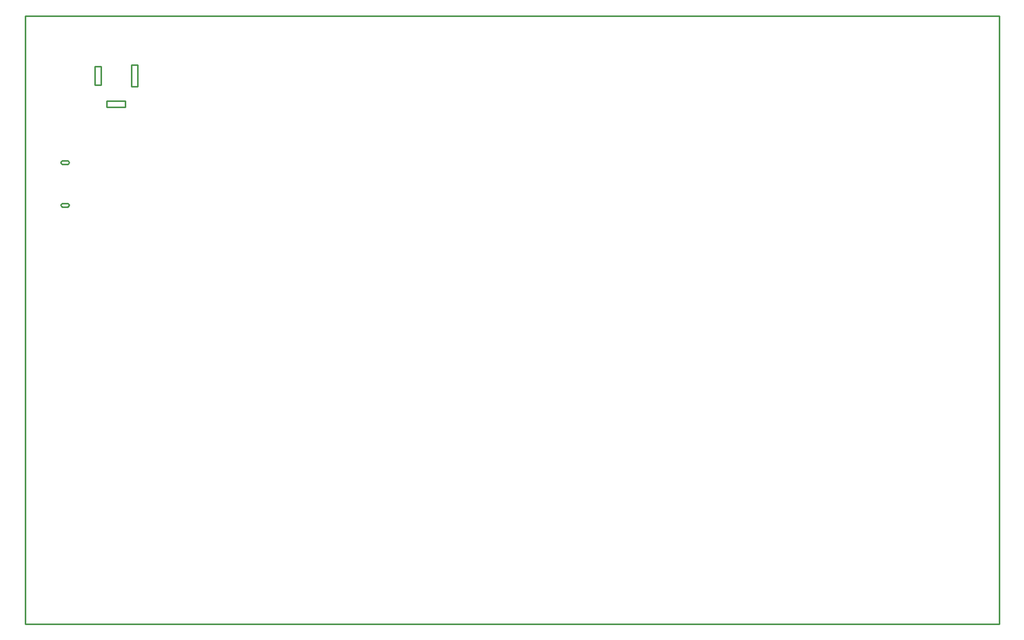
<source format=gbr>
G04 EAGLE Gerber RS-274X export*
G75*
%MOMM*%
%FSLAX34Y34*%
%LPD*%
%IN*%
%IPPOS*%
%AMOC8*
5,1,8,0,0,1.08239X$1,22.5*%
G01*
G04 Define Apertures*
%ADD10C,0.254000*%
D10*
X0Y0D02*
X1600000Y0D01*
X1600000Y1000000D01*
X0Y1000000D01*
X0Y0D01*
X58800Y688900D02*
X58811Y688639D01*
X58846Y688379D01*
X58902Y688124D01*
X58981Y687874D01*
X59081Y687632D01*
X59202Y687400D01*
X59343Y687179D01*
X59502Y686972D01*
X59679Y686779D01*
X59872Y686602D01*
X60079Y686443D01*
X60300Y686302D01*
X60532Y686181D01*
X60774Y686081D01*
X61024Y686002D01*
X61279Y685946D01*
X61539Y685911D01*
X61800Y685900D01*
X68800Y685900D01*
X69061Y685911D01*
X69321Y685946D01*
X69576Y686002D01*
X69826Y686081D01*
X70068Y686181D01*
X70300Y686302D01*
X70521Y686443D01*
X70728Y686602D01*
X70921Y686779D01*
X71098Y686972D01*
X71257Y687179D01*
X71398Y687400D01*
X71519Y687632D01*
X71619Y687874D01*
X71698Y688124D01*
X71754Y688379D01*
X71789Y688639D01*
X71800Y688900D01*
X71789Y689161D01*
X71754Y689421D01*
X71698Y689676D01*
X71619Y689926D01*
X71519Y690168D01*
X71398Y690400D01*
X71257Y690621D01*
X71098Y690828D01*
X70921Y691021D01*
X70728Y691198D01*
X70521Y691357D01*
X70300Y691498D01*
X70068Y691619D01*
X69826Y691719D01*
X69576Y691798D01*
X69321Y691854D01*
X69061Y691889D01*
X68800Y691900D01*
X61800Y691900D01*
X61539Y691889D01*
X61279Y691854D01*
X61024Y691798D01*
X60774Y691719D01*
X60532Y691619D01*
X60300Y691498D01*
X60079Y691357D01*
X59872Y691198D01*
X59679Y691021D01*
X59502Y690828D01*
X59343Y690621D01*
X59202Y690400D01*
X59081Y690168D01*
X58981Y689926D01*
X58902Y689676D01*
X58846Y689421D01*
X58811Y689161D01*
X58800Y688900D01*
X58800Y758900D02*
X58811Y758639D01*
X58846Y758379D01*
X58902Y758124D01*
X58981Y757874D01*
X59081Y757632D01*
X59202Y757400D01*
X59343Y757179D01*
X59502Y756972D01*
X59679Y756779D01*
X59872Y756602D01*
X60079Y756443D01*
X60300Y756302D01*
X60532Y756181D01*
X60774Y756081D01*
X61024Y756002D01*
X61279Y755946D01*
X61539Y755911D01*
X61800Y755900D01*
X68800Y755900D01*
X69061Y755911D01*
X69321Y755946D01*
X69576Y756002D01*
X69826Y756081D01*
X70068Y756181D01*
X70300Y756302D01*
X70521Y756443D01*
X70728Y756602D01*
X70921Y756779D01*
X71098Y756972D01*
X71257Y757179D01*
X71398Y757400D01*
X71519Y757632D01*
X71619Y757874D01*
X71698Y758124D01*
X71754Y758379D01*
X71789Y758639D01*
X71800Y758900D01*
X71789Y759161D01*
X71754Y759421D01*
X71698Y759676D01*
X71619Y759926D01*
X71519Y760168D01*
X71398Y760400D01*
X71257Y760621D01*
X71098Y760828D01*
X70921Y761021D01*
X70728Y761198D01*
X70521Y761357D01*
X70300Y761498D01*
X70068Y761619D01*
X69826Y761719D01*
X69576Y761798D01*
X69321Y761854D01*
X69061Y761889D01*
X68800Y761900D01*
X61800Y761900D01*
X61539Y761889D01*
X61279Y761854D01*
X61024Y761798D01*
X60774Y761719D01*
X60532Y761619D01*
X60300Y761498D01*
X60079Y761357D01*
X59872Y761198D01*
X59679Y761021D01*
X59502Y760828D01*
X59343Y760621D01*
X59202Y760400D01*
X59081Y760168D01*
X58981Y759926D01*
X58902Y759676D01*
X58846Y759421D01*
X58811Y759161D01*
X58800Y758900D01*
X134300Y849700D02*
X164300Y849700D01*
X164300Y859700D01*
X134300Y859700D01*
X134300Y849700D01*
X174300Y884200D02*
X184300Y884200D01*
X184300Y919200D01*
X174300Y919200D01*
X174300Y884200D01*
X114300Y886700D02*
X124300Y886700D01*
X124300Y916700D01*
X114300Y916700D01*
X114300Y886700D01*
M02*

</source>
